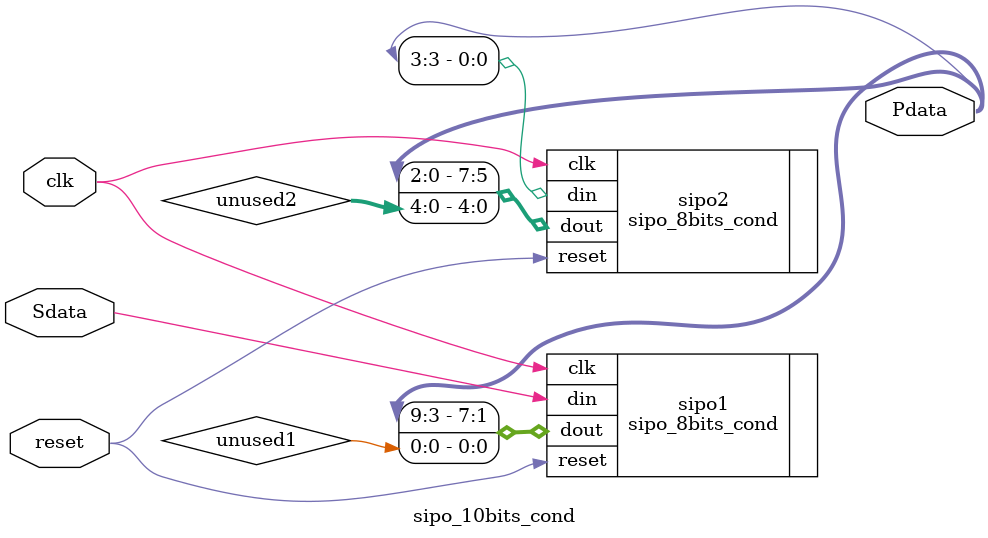
<source format=v>

module sipo_10bits_cond(
            input Sdata,
            input clk,
            input reset,
            output [9:0] Pdata
            );

wire aux_in;
wire unused1;
wire [4:0] unused2;

sipo_8bits_cond sipo1(
                    .din(Sdata),
                    .clk(clk),
                    .reset(reset),
                    .dout({Pdata[9:3],unused1})
                    );

sipo_8bits_cond sipo2(
                    .din(Pdata[3]),
                    .clk(clk),
                    .reset(reset),
                    .dout({Pdata[2:0],unused2})
                    );
                        
endmodule

</source>
